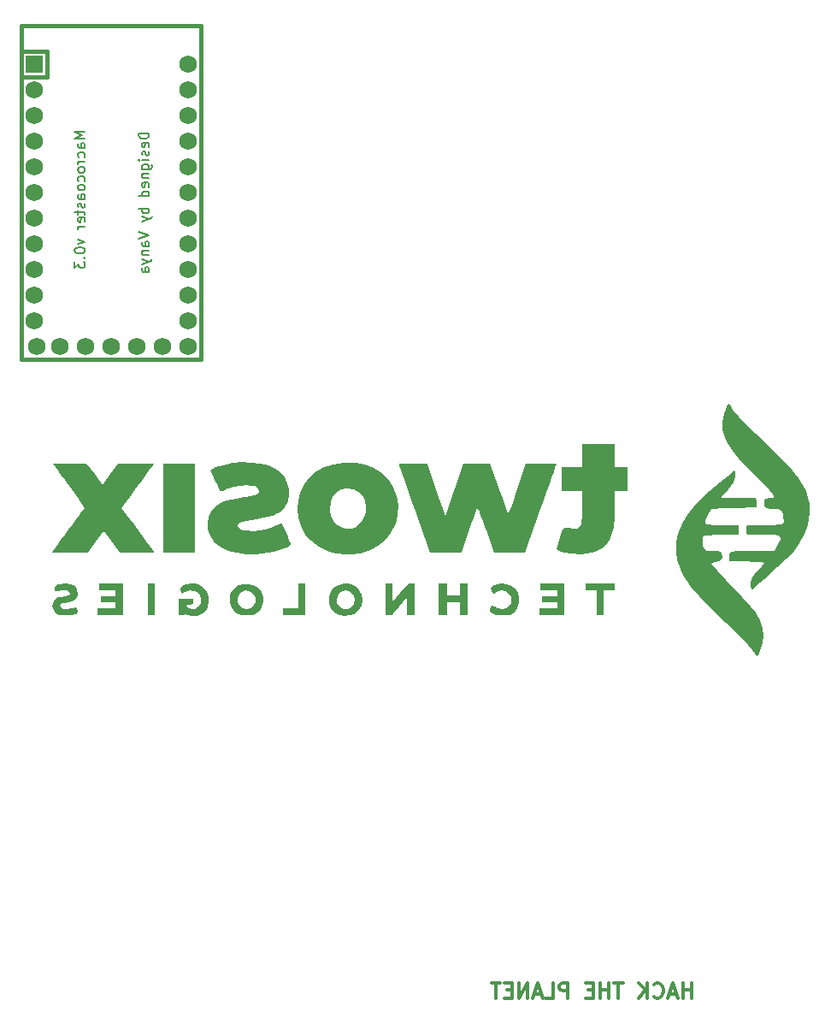
<source format=gbr>
%TF.GenerationSoftware,KiCad,Pcbnew,7.0.9-7.0.9~ubuntu22.04.1*%
%TF.CreationDate,2023-12-14T18:44:14-05:00*%
%TF.ProjectId,macrocoaster_v2,6d616372-6f63-46f6-9173-7465725f7632,rev?*%
%TF.SameCoordinates,Original*%
%TF.FileFunction,Legend,Bot*%
%TF.FilePolarity,Positive*%
%FSLAX46Y46*%
G04 Gerber Fmt 4.6, Leading zero omitted, Abs format (unit mm)*
G04 Created by KiCad (PCBNEW 7.0.9-7.0.9~ubuntu22.04.1) date 2023-12-14 18:44:14*
%MOMM*%
%LPD*%
G01*
G04 APERTURE LIST*
%ADD10C,0.150000*%
%ADD11C,0.300000*%
%ADD12C,0.381000*%
%ADD13R,1.752600X1.752600*%
%ADD14C,1.752600*%
G04 APERTURE END LIST*
D10*
X72569819Y-52711779D02*
X71569819Y-52711779D01*
X71569819Y-52711779D02*
X71569819Y-52949874D01*
X71569819Y-52949874D02*
X71617438Y-53092731D01*
X71617438Y-53092731D02*
X71712676Y-53187969D01*
X71712676Y-53187969D02*
X71807914Y-53235588D01*
X71807914Y-53235588D02*
X71998390Y-53283207D01*
X71998390Y-53283207D02*
X72141247Y-53283207D01*
X72141247Y-53283207D02*
X72331723Y-53235588D01*
X72331723Y-53235588D02*
X72426961Y-53187969D01*
X72426961Y-53187969D02*
X72522200Y-53092731D01*
X72522200Y-53092731D02*
X72569819Y-52949874D01*
X72569819Y-52949874D02*
X72569819Y-52711779D01*
X72522200Y-54092731D02*
X72569819Y-53997493D01*
X72569819Y-53997493D02*
X72569819Y-53807017D01*
X72569819Y-53807017D02*
X72522200Y-53711779D01*
X72522200Y-53711779D02*
X72426961Y-53664160D01*
X72426961Y-53664160D02*
X72046009Y-53664160D01*
X72046009Y-53664160D02*
X71950771Y-53711779D01*
X71950771Y-53711779D02*
X71903152Y-53807017D01*
X71903152Y-53807017D02*
X71903152Y-53997493D01*
X71903152Y-53997493D02*
X71950771Y-54092731D01*
X71950771Y-54092731D02*
X72046009Y-54140350D01*
X72046009Y-54140350D02*
X72141247Y-54140350D01*
X72141247Y-54140350D02*
X72236485Y-53664160D01*
X72522200Y-54521303D02*
X72569819Y-54616541D01*
X72569819Y-54616541D02*
X72569819Y-54807017D01*
X72569819Y-54807017D02*
X72522200Y-54902255D01*
X72522200Y-54902255D02*
X72426961Y-54949874D01*
X72426961Y-54949874D02*
X72379342Y-54949874D01*
X72379342Y-54949874D02*
X72284104Y-54902255D01*
X72284104Y-54902255D02*
X72236485Y-54807017D01*
X72236485Y-54807017D02*
X72236485Y-54664160D01*
X72236485Y-54664160D02*
X72188866Y-54568922D01*
X72188866Y-54568922D02*
X72093628Y-54521303D01*
X72093628Y-54521303D02*
X72046009Y-54521303D01*
X72046009Y-54521303D02*
X71950771Y-54568922D01*
X71950771Y-54568922D02*
X71903152Y-54664160D01*
X71903152Y-54664160D02*
X71903152Y-54807017D01*
X71903152Y-54807017D02*
X71950771Y-54902255D01*
X72569819Y-55378446D02*
X71903152Y-55378446D01*
X71569819Y-55378446D02*
X71617438Y-55330827D01*
X71617438Y-55330827D02*
X71665057Y-55378446D01*
X71665057Y-55378446D02*
X71617438Y-55426065D01*
X71617438Y-55426065D02*
X71569819Y-55378446D01*
X71569819Y-55378446D02*
X71665057Y-55378446D01*
X71903152Y-56283207D02*
X72712676Y-56283207D01*
X72712676Y-56283207D02*
X72807914Y-56235588D01*
X72807914Y-56235588D02*
X72855533Y-56187969D01*
X72855533Y-56187969D02*
X72903152Y-56092731D01*
X72903152Y-56092731D02*
X72903152Y-55949874D01*
X72903152Y-55949874D02*
X72855533Y-55854636D01*
X72522200Y-56283207D02*
X72569819Y-56187969D01*
X72569819Y-56187969D02*
X72569819Y-55997493D01*
X72569819Y-55997493D02*
X72522200Y-55902255D01*
X72522200Y-55902255D02*
X72474580Y-55854636D01*
X72474580Y-55854636D02*
X72379342Y-55807017D01*
X72379342Y-55807017D02*
X72093628Y-55807017D01*
X72093628Y-55807017D02*
X71998390Y-55854636D01*
X71998390Y-55854636D02*
X71950771Y-55902255D01*
X71950771Y-55902255D02*
X71903152Y-55997493D01*
X71903152Y-55997493D02*
X71903152Y-56187969D01*
X71903152Y-56187969D02*
X71950771Y-56283207D01*
X71903152Y-56759398D02*
X72569819Y-56759398D01*
X71998390Y-56759398D02*
X71950771Y-56807017D01*
X71950771Y-56807017D02*
X71903152Y-56902255D01*
X71903152Y-56902255D02*
X71903152Y-57045112D01*
X71903152Y-57045112D02*
X71950771Y-57140350D01*
X71950771Y-57140350D02*
X72046009Y-57187969D01*
X72046009Y-57187969D02*
X72569819Y-57187969D01*
X72522200Y-58045112D02*
X72569819Y-57949874D01*
X72569819Y-57949874D02*
X72569819Y-57759398D01*
X72569819Y-57759398D02*
X72522200Y-57664160D01*
X72522200Y-57664160D02*
X72426961Y-57616541D01*
X72426961Y-57616541D02*
X72046009Y-57616541D01*
X72046009Y-57616541D02*
X71950771Y-57664160D01*
X71950771Y-57664160D02*
X71903152Y-57759398D01*
X71903152Y-57759398D02*
X71903152Y-57949874D01*
X71903152Y-57949874D02*
X71950771Y-58045112D01*
X71950771Y-58045112D02*
X72046009Y-58092731D01*
X72046009Y-58092731D02*
X72141247Y-58092731D01*
X72141247Y-58092731D02*
X72236485Y-57616541D01*
X72569819Y-58949874D02*
X71569819Y-58949874D01*
X72522200Y-58949874D02*
X72569819Y-58854636D01*
X72569819Y-58854636D02*
X72569819Y-58664160D01*
X72569819Y-58664160D02*
X72522200Y-58568922D01*
X72522200Y-58568922D02*
X72474580Y-58521303D01*
X72474580Y-58521303D02*
X72379342Y-58473684D01*
X72379342Y-58473684D02*
X72093628Y-58473684D01*
X72093628Y-58473684D02*
X71998390Y-58521303D01*
X71998390Y-58521303D02*
X71950771Y-58568922D01*
X71950771Y-58568922D02*
X71903152Y-58664160D01*
X71903152Y-58664160D02*
X71903152Y-58854636D01*
X71903152Y-58854636D02*
X71950771Y-58949874D01*
X72569819Y-60187970D02*
X71569819Y-60187970D01*
X71950771Y-60187970D02*
X71903152Y-60283208D01*
X71903152Y-60283208D02*
X71903152Y-60473684D01*
X71903152Y-60473684D02*
X71950771Y-60568922D01*
X71950771Y-60568922D02*
X71998390Y-60616541D01*
X71998390Y-60616541D02*
X72093628Y-60664160D01*
X72093628Y-60664160D02*
X72379342Y-60664160D01*
X72379342Y-60664160D02*
X72474580Y-60616541D01*
X72474580Y-60616541D02*
X72522200Y-60568922D01*
X72522200Y-60568922D02*
X72569819Y-60473684D01*
X72569819Y-60473684D02*
X72569819Y-60283208D01*
X72569819Y-60283208D02*
X72522200Y-60187970D01*
X71903152Y-60997494D02*
X72569819Y-61235589D01*
X71903152Y-61473684D02*
X72569819Y-61235589D01*
X72569819Y-61235589D02*
X72807914Y-61140351D01*
X72807914Y-61140351D02*
X72855533Y-61092732D01*
X72855533Y-61092732D02*
X72903152Y-60997494D01*
X71569819Y-62473685D02*
X72569819Y-62807018D01*
X72569819Y-62807018D02*
X71569819Y-63140351D01*
X72569819Y-63902256D02*
X72046009Y-63902256D01*
X72046009Y-63902256D02*
X71950771Y-63854637D01*
X71950771Y-63854637D02*
X71903152Y-63759399D01*
X71903152Y-63759399D02*
X71903152Y-63568923D01*
X71903152Y-63568923D02*
X71950771Y-63473685D01*
X72522200Y-63902256D02*
X72569819Y-63807018D01*
X72569819Y-63807018D02*
X72569819Y-63568923D01*
X72569819Y-63568923D02*
X72522200Y-63473685D01*
X72522200Y-63473685D02*
X72426961Y-63426066D01*
X72426961Y-63426066D02*
X72331723Y-63426066D01*
X72331723Y-63426066D02*
X72236485Y-63473685D01*
X72236485Y-63473685D02*
X72188866Y-63568923D01*
X72188866Y-63568923D02*
X72188866Y-63807018D01*
X72188866Y-63807018D02*
X72141247Y-63902256D01*
X71903152Y-64378447D02*
X72569819Y-64378447D01*
X71998390Y-64378447D02*
X71950771Y-64426066D01*
X71950771Y-64426066D02*
X71903152Y-64521304D01*
X71903152Y-64521304D02*
X71903152Y-64664161D01*
X71903152Y-64664161D02*
X71950771Y-64759399D01*
X71950771Y-64759399D02*
X72046009Y-64807018D01*
X72046009Y-64807018D02*
X72569819Y-64807018D01*
X71903152Y-65187971D02*
X72569819Y-65426066D01*
X71903152Y-65664161D02*
X72569819Y-65426066D01*
X72569819Y-65426066D02*
X72807914Y-65330828D01*
X72807914Y-65330828D02*
X72855533Y-65283209D01*
X72855533Y-65283209D02*
X72903152Y-65187971D01*
X72569819Y-66473685D02*
X72046009Y-66473685D01*
X72046009Y-66473685D02*
X71950771Y-66426066D01*
X71950771Y-66426066D02*
X71903152Y-66330828D01*
X71903152Y-66330828D02*
X71903152Y-66140352D01*
X71903152Y-66140352D02*
X71950771Y-66045114D01*
X72522200Y-66473685D02*
X72569819Y-66378447D01*
X72569819Y-66378447D02*
X72569819Y-66140352D01*
X72569819Y-66140352D02*
X72522200Y-66045114D01*
X72522200Y-66045114D02*
X72426961Y-65997495D01*
X72426961Y-65997495D02*
X72331723Y-65997495D01*
X72331723Y-65997495D02*
X72236485Y-66045114D01*
X72236485Y-66045114D02*
X72188866Y-66140352D01*
X72188866Y-66140352D02*
X72188866Y-66378447D01*
X72188866Y-66378447D02*
X72141247Y-66473685D01*
X66219819Y-52611779D02*
X65219819Y-52611779D01*
X65219819Y-52611779D02*
X65934104Y-52945112D01*
X65934104Y-52945112D02*
X65219819Y-53278445D01*
X65219819Y-53278445D02*
X66219819Y-53278445D01*
X66219819Y-54183207D02*
X65696009Y-54183207D01*
X65696009Y-54183207D02*
X65600771Y-54135588D01*
X65600771Y-54135588D02*
X65553152Y-54040350D01*
X65553152Y-54040350D02*
X65553152Y-53849874D01*
X65553152Y-53849874D02*
X65600771Y-53754636D01*
X66172200Y-54183207D02*
X66219819Y-54087969D01*
X66219819Y-54087969D02*
X66219819Y-53849874D01*
X66219819Y-53849874D02*
X66172200Y-53754636D01*
X66172200Y-53754636D02*
X66076961Y-53707017D01*
X66076961Y-53707017D02*
X65981723Y-53707017D01*
X65981723Y-53707017D02*
X65886485Y-53754636D01*
X65886485Y-53754636D02*
X65838866Y-53849874D01*
X65838866Y-53849874D02*
X65838866Y-54087969D01*
X65838866Y-54087969D02*
X65791247Y-54183207D01*
X66172200Y-55087969D02*
X66219819Y-54992731D01*
X66219819Y-54992731D02*
X66219819Y-54802255D01*
X66219819Y-54802255D02*
X66172200Y-54707017D01*
X66172200Y-54707017D02*
X66124580Y-54659398D01*
X66124580Y-54659398D02*
X66029342Y-54611779D01*
X66029342Y-54611779D02*
X65743628Y-54611779D01*
X65743628Y-54611779D02*
X65648390Y-54659398D01*
X65648390Y-54659398D02*
X65600771Y-54707017D01*
X65600771Y-54707017D02*
X65553152Y-54802255D01*
X65553152Y-54802255D02*
X65553152Y-54992731D01*
X65553152Y-54992731D02*
X65600771Y-55087969D01*
X66219819Y-55516541D02*
X65553152Y-55516541D01*
X65743628Y-55516541D02*
X65648390Y-55564160D01*
X65648390Y-55564160D02*
X65600771Y-55611779D01*
X65600771Y-55611779D02*
X65553152Y-55707017D01*
X65553152Y-55707017D02*
X65553152Y-55802255D01*
X66219819Y-56278446D02*
X66172200Y-56183208D01*
X66172200Y-56183208D02*
X66124580Y-56135589D01*
X66124580Y-56135589D02*
X66029342Y-56087970D01*
X66029342Y-56087970D02*
X65743628Y-56087970D01*
X65743628Y-56087970D02*
X65648390Y-56135589D01*
X65648390Y-56135589D02*
X65600771Y-56183208D01*
X65600771Y-56183208D02*
X65553152Y-56278446D01*
X65553152Y-56278446D02*
X65553152Y-56421303D01*
X65553152Y-56421303D02*
X65600771Y-56516541D01*
X65600771Y-56516541D02*
X65648390Y-56564160D01*
X65648390Y-56564160D02*
X65743628Y-56611779D01*
X65743628Y-56611779D02*
X66029342Y-56611779D01*
X66029342Y-56611779D02*
X66124580Y-56564160D01*
X66124580Y-56564160D02*
X66172200Y-56516541D01*
X66172200Y-56516541D02*
X66219819Y-56421303D01*
X66219819Y-56421303D02*
X66219819Y-56278446D01*
X66172200Y-57468922D02*
X66219819Y-57373684D01*
X66219819Y-57373684D02*
X66219819Y-57183208D01*
X66219819Y-57183208D02*
X66172200Y-57087970D01*
X66172200Y-57087970D02*
X66124580Y-57040351D01*
X66124580Y-57040351D02*
X66029342Y-56992732D01*
X66029342Y-56992732D02*
X65743628Y-56992732D01*
X65743628Y-56992732D02*
X65648390Y-57040351D01*
X65648390Y-57040351D02*
X65600771Y-57087970D01*
X65600771Y-57087970D02*
X65553152Y-57183208D01*
X65553152Y-57183208D02*
X65553152Y-57373684D01*
X65553152Y-57373684D02*
X65600771Y-57468922D01*
X66219819Y-58040351D02*
X66172200Y-57945113D01*
X66172200Y-57945113D02*
X66124580Y-57897494D01*
X66124580Y-57897494D02*
X66029342Y-57849875D01*
X66029342Y-57849875D02*
X65743628Y-57849875D01*
X65743628Y-57849875D02*
X65648390Y-57897494D01*
X65648390Y-57897494D02*
X65600771Y-57945113D01*
X65600771Y-57945113D02*
X65553152Y-58040351D01*
X65553152Y-58040351D02*
X65553152Y-58183208D01*
X65553152Y-58183208D02*
X65600771Y-58278446D01*
X65600771Y-58278446D02*
X65648390Y-58326065D01*
X65648390Y-58326065D02*
X65743628Y-58373684D01*
X65743628Y-58373684D02*
X66029342Y-58373684D01*
X66029342Y-58373684D02*
X66124580Y-58326065D01*
X66124580Y-58326065D02*
X66172200Y-58278446D01*
X66172200Y-58278446D02*
X66219819Y-58183208D01*
X66219819Y-58183208D02*
X66219819Y-58040351D01*
X66219819Y-59230827D02*
X65696009Y-59230827D01*
X65696009Y-59230827D02*
X65600771Y-59183208D01*
X65600771Y-59183208D02*
X65553152Y-59087970D01*
X65553152Y-59087970D02*
X65553152Y-58897494D01*
X65553152Y-58897494D02*
X65600771Y-58802256D01*
X66172200Y-59230827D02*
X66219819Y-59135589D01*
X66219819Y-59135589D02*
X66219819Y-58897494D01*
X66219819Y-58897494D02*
X66172200Y-58802256D01*
X66172200Y-58802256D02*
X66076961Y-58754637D01*
X66076961Y-58754637D02*
X65981723Y-58754637D01*
X65981723Y-58754637D02*
X65886485Y-58802256D01*
X65886485Y-58802256D02*
X65838866Y-58897494D01*
X65838866Y-58897494D02*
X65838866Y-59135589D01*
X65838866Y-59135589D02*
X65791247Y-59230827D01*
X66172200Y-59659399D02*
X66219819Y-59754637D01*
X66219819Y-59754637D02*
X66219819Y-59945113D01*
X66219819Y-59945113D02*
X66172200Y-60040351D01*
X66172200Y-60040351D02*
X66076961Y-60087970D01*
X66076961Y-60087970D02*
X66029342Y-60087970D01*
X66029342Y-60087970D02*
X65934104Y-60040351D01*
X65934104Y-60040351D02*
X65886485Y-59945113D01*
X65886485Y-59945113D02*
X65886485Y-59802256D01*
X65886485Y-59802256D02*
X65838866Y-59707018D01*
X65838866Y-59707018D02*
X65743628Y-59659399D01*
X65743628Y-59659399D02*
X65696009Y-59659399D01*
X65696009Y-59659399D02*
X65600771Y-59707018D01*
X65600771Y-59707018D02*
X65553152Y-59802256D01*
X65553152Y-59802256D02*
X65553152Y-59945113D01*
X65553152Y-59945113D02*
X65600771Y-60040351D01*
X65553152Y-60373685D02*
X65553152Y-60754637D01*
X65219819Y-60516542D02*
X66076961Y-60516542D01*
X66076961Y-60516542D02*
X66172200Y-60564161D01*
X66172200Y-60564161D02*
X66219819Y-60659399D01*
X66219819Y-60659399D02*
X66219819Y-60754637D01*
X66172200Y-61468923D02*
X66219819Y-61373685D01*
X66219819Y-61373685D02*
X66219819Y-61183209D01*
X66219819Y-61183209D02*
X66172200Y-61087971D01*
X66172200Y-61087971D02*
X66076961Y-61040352D01*
X66076961Y-61040352D02*
X65696009Y-61040352D01*
X65696009Y-61040352D02*
X65600771Y-61087971D01*
X65600771Y-61087971D02*
X65553152Y-61183209D01*
X65553152Y-61183209D02*
X65553152Y-61373685D01*
X65553152Y-61373685D02*
X65600771Y-61468923D01*
X65600771Y-61468923D02*
X65696009Y-61516542D01*
X65696009Y-61516542D02*
X65791247Y-61516542D01*
X65791247Y-61516542D02*
X65886485Y-61040352D01*
X66219819Y-61945114D02*
X65553152Y-61945114D01*
X65743628Y-61945114D02*
X65648390Y-61992733D01*
X65648390Y-61992733D02*
X65600771Y-62040352D01*
X65600771Y-62040352D02*
X65553152Y-62135590D01*
X65553152Y-62135590D02*
X65553152Y-62230828D01*
X65553152Y-63230829D02*
X66219819Y-63468924D01*
X66219819Y-63468924D02*
X65553152Y-63707019D01*
X65219819Y-64278448D02*
X65219819Y-64373686D01*
X65219819Y-64373686D02*
X65267438Y-64468924D01*
X65267438Y-64468924D02*
X65315057Y-64516543D01*
X65315057Y-64516543D02*
X65410295Y-64564162D01*
X65410295Y-64564162D02*
X65600771Y-64611781D01*
X65600771Y-64611781D02*
X65838866Y-64611781D01*
X65838866Y-64611781D02*
X66029342Y-64564162D01*
X66029342Y-64564162D02*
X66124580Y-64516543D01*
X66124580Y-64516543D02*
X66172200Y-64468924D01*
X66172200Y-64468924D02*
X66219819Y-64373686D01*
X66219819Y-64373686D02*
X66219819Y-64278448D01*
X66219819Y-64278448D02*
X66172200Y-64183210D01*
X66172200Y-64183210D02*
X66124580Y-64135591D01*
X66124580Y-64135591D02*
X66029342Y-64087972D01*
X66029342Y-64087972D02*
X65838866Y-64040353D01*
X65838866Y-64040353D02*
X65600771Y-64040353D01*
X65600771Y-64040353D02*
X65410295Y-64087972D01*
X65410295Y-64087972D02*
X65315057Y-64135591D01*
X65315057Y-64135591D02*
X65267438Y-64183210D01*
X65267438Y-64183210D02*
X65219819Y-64278448D01*
X66124580Y-65040353D02*
X66172200Y-65087972D01*
X66172200Y-65087972D02*
X66219819Y-65040353D01*
X66219819Y-65040353D02*
X66172200Y-64992734D01*
X66172200Y-64992734D02*
X66124580Y-65040353D01*
X66124580Y-65040353D02*
X66219819Y-65040353D01*
X65219819Y-65421305D02*
X65219819Y-66040352D01*
X65219819Y-66040352D02*
X65600771Y-65707019D01*
X65600771Y-65707019D02*
X65600771Y-65849876D01*
X65600771Y-65849876D02*
X65648390Y-65945114D01*
X65648390Y-65945114D02*
X65696009Y-65992733D01*
X65696009Y-65992733D02*
X65791247Y-66040352D01*
X65791247Y-66040352D02*
X66029342Y-66040352D01*
X66029342Y-66040352D02*
X66124580Y-65992733D01*
X66124580Y-65992733D02*
X66172200Y-65945114D01*
X66172200Y-65945114D02*
X66219819Y-65849876D01*
X66219819Y-65849876D02*
X66219819Y-65564162D01*
X66219819Y-65564162D02*
X66172200Y-65468924D01*
X66172200Y-65468924D02*
X66124580Y-65421305D01*
D11*
X126295489Y-138325828D02*
X126295489Y-136825828D01*
X126295489Y-137540114D02*
X125438346Y-137540114D01*
X125438346Y-138325828D02*
X125438346Y-136825828D01*
X124795488Y-137897257D02*
X124081203Y-137897257D01*
X124938345Y-138325828D02*
X124438345Y-136825828D01*
X124438345Y-136825828D02*
X123938345Y-138325828D01*
X122581203Y-138182971D02*
X122652631Y-138254400D01*
X122652631Y-138254400D02*
X122866917Y-138325828D01*
X122866917Y-138325828D02*
X123009774Y-138325828D01*
X123009774Y-138325828D02*
X123224060Y-138254400D01*
X123224060Y-138254400D02*
X123366917Y-138111542D01*
X123366917Y-138111542D02*
X123438346Y-137968685D01*
X123438346Y-137968685D02*
X123509774Y-137682971D01*
X123509774Y-137682971D02*
X123509774Y-137468685D01*
X123509774Y-137468685D02*
X123438346Y-137182971D01*
X123438346Y-137182971D02*
X123366917Y-137040114D01*
X123366917Y-137040114D02*
X123224060Y-136897257D01*
X123224060Y-136897257D02*
X123009774Y-136825828D01*
X123009774Y-136825828D02*
X122866917Y-136825828D01*
X122866917Y-136825828D02*
X122652631Y-136897257D01*
X122652631Y-136897257D02*
X122581203Y-136968685D01*
X121938346Y-138325828D02*
X121938346Y-136825828D01*
X121081203Y-138325828D02*
X121724060Y-137468685D01*
X121081203Y-136825828D02*
X121938346Y-137682971D01*
X119509774Y-136825828D02*
X118652632Y-136825828D01*
X119081203Y-138325828D02*
X119081203Y-136825828D01*
X118152632Y-138325828D02*
X118152632Y-136825828D01*
X118152632Y-137540114D02*
X117295489Y-137540114D01*
X117295489Y-138325828D02*
X117295489Y-136825828D01*
X116581203Y-137540114D02*
X116081203Y-137540114D01*
X115866917Y-138325828D02*
X116581203Y-138325828D01*
X116581203Y-138325828D02*
X116581203Y-136825828D01*
X116581203Y-136825828D02*
X115866917Y-136825828D01*
X114081203Y-138325828D02*
X114081203Y-136825828D01*
X114081203Y-136825828D02*
X113509774Y-136825828D01*
X113509774Y-136825828D02*
X113366917Y-136897257D01*
X113366917Y-136897257D02*
X113295488Y-136968685D01*
X113295488Y-136968685D02*
X113224060Y-137111542D01*
X113224060Y-137111542D02*
X113224060Y-137325828D01*
X113224060Y-137325828D02*
X113295488Y-137468685D01*
X113295488Y-137468685D02*
X113366917Y-137540114D01*
X113366917Y-137540114D02*
X113509774Y-137611542D01*
X113509774Y-137611542D02*
X114081203Y-137611542D01*
X111866917Y-138325828D02*
X112581203Y-138325828D01*
X112581203Y-138325828D02*
X112581203Y-136825828D01*
X111438345Y-137897257D02*
X110724060Y-137897257D01*
X111581202Y-138325828D02*
X111081202Y-136825828D01*
X111081202Y-136825828D02*
X110581202Y-138325828D01*
X110081203Y-138325828D02*
X110081203Y-136825828D01*
X110081203Y-136825828D02*
X109224060Y-138325828D01*
X109224060Y-138325828D02*
X109224060Y-136825828D01*
X108509774Y-137540114D02*
X108009774Y-137540114D01*
X107795488Y-138325828D02*
X108509774Y-138325828D01*
X108509774Y-138325828D02*
X108509774Y-136825828D01*
X108509774Y-136825828D02*
X107795488Y-136825828D01*
X107366916Y-136825828D02*
X106509774Y-136825828D01*
X106938345Y-138325828D02*
X106938345Y-136825828D01*
D12*
%TO.C,U1*%
X77760000Y-42110000D02*
X59980000Y-42110000D01*
X59980000Y-42110000D02*
X59980000Y-75130000D01*
X62520000Y-44650000D02*
X59980000Y-44650000D01*
X62520000Y-44650000D02*
X62520000Y-47190000D01*
X62520000Y-47190000D02*
X59980000Y-47190000D01*
X77760000Y-75130000D02*
X77760000Y-42110000D01*
X59980000Y-75130000D02*
X77760000Y-75130000D01*
%TO.C,G\u002A\u002A\u002A*%
G36*
X82739561Y-85320899D02*
G01*
X83630336Y-85430417D01*
X84428648Y-85633940D01*
X85093700Y-85930484D01*
X85562417Y-86268914D01*
X86013047Y-86772869D01*
X86318621Y-87344198D01*
X86475938Y-87953582D01*
X86481788Y-88571702D01*
X86332976Y-89169236D01*
X86026292Y-89716862D01*
X85558532Y-90185261D01*
X85492733Y-90234638D01*
X85268402Y-90385241D01*
X85031060Y-90505817D01*
X84744296Y-90607757D01*
X84371705Y-90702449D01*
X83876876Y-90801275D01*
X83223404Y-90915629D01*
X82700768Y-91006673D01*
X82182815Y-91107392D01*
X81814970Y-91196684D01*
X81571799Y-91282130D01*
X81427865Y-91371314D01*
X81357734Y-91471820D01*
X81361019Y-91622450D01*
X81498803Y-91835609D01*
X81563750Y-91888601D01*
X81880166Y-92015972D01*
X82329635Y-92079446D01*
X82872662Y-92082116D01*
X83469752Y-92027072D01*
X84081404Y-91917410D01*
X84668132Y-91756217D01*
X85190432Y-91546589D01*
X85397000Y-91454771D01*
X85628756Y-91378730D01*
X85744706Y-91378133D01*
X85772024Y-91418903D01*
X85873229Y-91615772D01*
X86015447Y-91922243D01*
X86178059Y-92290268D01*
X86340434Y-92671802D01*
X86481953Y-93018797D01*
X86581988Y-93283211D01*
X86619917Y-93416993D01*
X86545052Y-93538412D01*
X86305097Y-93690314D01*
X85931180Y-93849821D01*
X85455434Y-94006469D01*
X84909989Y-94149806D01*
X84326981Y-94269371D01*
X83738537Y-94354712D01*
X83208002Y-94398044D01*
X82207577Y-94391339D01*
X81273887Y-94269518D01*
X80434070Y-94038953D01*
X79715276Y-93706007D01*
X79144646Y-93277052D01*
X78988718Y-93111956D01*
X78618887Y-92555450D01*
X78412280Y-91950641D01*
X78364652Y-91329026D01*
X78471770Y-90722090D01*
X78729395Y-90161327D01*
X79133291Y-89678231D01*
X79679219Y-89304290D01*
X79734731Y-89277200D01*
X79988831Y-89171879D01*
X80301506Y-89074238D01*
X80706899Y-88975757D01*
X81239141Y-88867922D01*
X81932372Y-88742219D01*
X82057427Y-88720196D01*
X82610129Y-88616897D01*
X82999343Y-88527218D01*
X83251547Y-88439450D01*
X83393210Y-88341881D01*
X83450810Y-88222799D01*
X83450816Y-88070492D01*
X83420318Y-87939680D01*
X83294471Y-87792116D01*
X83026505Y-87674216D01*
X82750946Y-87609140D01*
X82207649Y-87571355D01*
X81592694Y-87609605D01*
X80971196Y-87718460D01*
X80408252Y-87892499D01*
X80392160Y-87898925D01*
X80060690Y-88026137D01*
X79801328Y-88116548D01*
X79669004Y-88150952D01*
X79604999Y-88077104D01*
X79477274Y-87851828D01*
X79303835Y-87506819D01*
X79100249Y-87074264D01*
X78882083Y-86586350D01*
X78664913Y-86075258D01*
X78718646Y-86015813D01*
X78913820Y-85910627D01*
X79206386Y-85788500D01*
X79920470Y-85566215D01*
X80843825Y-85387814D01*
X81797123Y-85306370D01*
X82739561Y-85320899D01*
G37*
G36*
X77189351Y-97319846D02*
G01*
X77469944Y-97378397D01*
X77751182Y-97510844D01*
X77979983Y-97669340D01*
X78311327Y-98065292D01*
X78497642Y-98554076D01*
X78527888Y-99098585D01*
X78391025Y-99661712D01*
X78222269Y-99966542D01*
X77864045Y-100284437D01*
X77365652Y-100464869D01*
X77328503Y-100472189D01*
X77084927Y-100519058D01*
X76944080Y-100544282D01*
X76921361Y-100543472D01*
X76751939Y-100497512D01*
X76502597Y-100403312D01*
X76467653Y-100389026D01*
X76213160Y-100315715D01*
X76103756Y-100354085D01*
X75998597Y-100425755D01*
X75782255Y-100457153D01*
X75495110Y-100457153D01*
X75495110Y-98783510D01*
X76971854Y-98783510D01*
X76971854Y-99078857D01*
X76953740Y-99274232D01*
X76858787Y-99357743D01*
X76627280Y-99374207D01*
X76452149Y-99390314D01*
X76296560Y-99476006D01*
X76321001Y-99607364D01*
X76533464Y-99752204D01*
X76863323Y-99854057D01*
X77169323Y-99805652D01*
X77471675Y-99578678D01*
X77539625Y-99507227D01*
X77712095Y-99234545D01*
X77759453Y-98902958D01*
X77754734Y-98802563D01*
X77635607Y-98427701D01*
X77382329Y-98158409D01*
X77030162Y-98011376D01*
X76614371Y-98003294D01*
X76170221Y-98150846D01*
X76136354Y-98168090D01*
X75940955Y-98255348D01*
X75850469Y-98273909D01*
X75802961Y-98173802D01*
X75714365Y-97971983D01*
X75656972Y-97811174D01*
X75683870Y-97670834D01*
X75856685Y-97532696D01*
X75989384Y-97468313D01*
X76325861Y-97376579D01*
X76732046Y-97324172D01*
X76821086Y-97319021D01*
X77189351Y-97319846D01*
G37*
G36*
X96682826Y-98237801D02*
G01*
X96711002Y-99168836D01*
X97449374Y-98242817D01*
X97646456Y-97997003D01*
X97908233Y-97682690D01*
X98099099Y-97483133D01*
X98250119Y-97372211D01*
X98392373Y-97323800D01*
X98556932Y-97311782D01*
X98926118Y-97306766D01*
X98926118Y-100457153D01*
X98145911Y-100457153D01*
X98117603Y-99564146D01*
X98089298Y-98671142D01*
X97366907Y-99564146D01*
X97267931Y-99686135D01*
X96978191Y-100033595D01*
X96768449Y-100258217D01*
X96607640Y-100386212D01*
X96464705Y-100443785D01*
X96308576Y-100457153D01*
X95972630Y-100457153D01*
X95972630Y-97306766D01*
X96654647Y-97306766D01*
X96682826Y-98237801D01*
G37*
G36*
X64870148Y-97382882D02*
G01*
X65249297Y-97573199D01*
X65476226Y-97887665D01*
X65551700Y-98326868D01*
X65548355Y-98400380D01*
X65426072Y-98733554D01*
X65136419Y-98977142D01*
X64691123Y-99120332D01*
X64582649Y-99139052D01*
X64192550Y-99209789D01*
X63954083Y-99266633D01*
X63832256Y-99324638D01*
X63792080Y-99398861D01*
X63798560Y-99504353D01*
X63855653Y-99650711D01*
X64070876Y-99800687D01*
X64416734Y-99844676D01*
X64867724Y-99776195D01*
X65059349Y-99730304D01*
X65292635Y-99686033D01*
X65395994Y-99683579D01*
X65434253Y-99782627D01*
X65491070Y-99991784D01*
X65509232Y-100080584D01*
X65489006Y-100252034D01*
X65332634Y-100354730D01*
X65292890Y-100368956D01*
X64981946Y-100426976D01*
X64574168Y-100449269D01*
X64142426Y-100437347D01*
X63759593Y-100392710D01*
X63498536Y-100316861D01*
X63374216Y-100239080D01*
X63124337Y-99953621D01*
X63009707Y-99603065D01*
X63041192Y-99243425D01*
X63229655Y-98930714D01*
X63271538Y-98889749D01*
X63424952Y-98766155D01*
X63608516Y-98680307D01*
X63877349Y-98611859D01*
X64286576Y-98540453D01*
X64548638Y-98477717D01*
X64755560Y-98356814D01*
X64784762Y-98207159D01*
X64626656Y-98042786D01*
X64587992Y-98018288D01*
X64407737Y-97940237D01*
X64193078Y-97932290D01*
X63867329Y-97989017D01*
X63667937Y-98028083D01*
X63427757Y-98062271D01*
X63317777Y-98059148D01*
X63285551Y-97957943D01*
X63258308Y-97744079D01*
X63257054Y-97671941D01*
X63312218Y-97506035D01*
X63477449Y-97399679D01*
X63781253Y-97340612D01*
X64252130Y-97316579D01*
X64338014Y-97316117D01*
X64870148Y-97382882D01*
G37*
G36*
X69981932Y-100457153D02*
G01*
X67520693Y-100457153D01*
X67520693Y-99768005D01*
X69292784Y-99768005D01*
X69292784Y-99177308D01*
X67816040Y-99177308D01*
X67816040Y-98586611D01*
X69292784Y-98586611D01*
X69292784Y-97995914D01*
X67619141Y-97995914D01*
X67619141Y-97306766D01*
X69981932Y-97306766D01*
X69981932Y-100457153D01*
G37*
G36*
X97244138Y-89646995D02*
G01*
X97226999Y-90398819D01*
X97115144Y-91069964D01*
X96968339Y-91518641D01*
X96559364Y-92305364D01*
X95993393Y-92990498D01*
X95284925Y-93561071D01*
X94448462Y-94004099D01*
X93498506Y-94306610D01*
X93360674Y-94334483D01*
X92716271Y-94401890D01*
X91994564Y-94399289D01*
X91279832Y-94329926D01*
X90656351Y-94197050D01*
X90269339Y-94067126D01*
X89399843Y-93646559D01*
X88668992Y-93096020D01*
X88085756Y-92427230D01*
X87659111Y-91651904D01*
X87398024Y-90781763D01*
X87317523Y-89895176D01*
X90523577Y-89895176D01*
X90526322Y-89983016D01*
X90624773Y-90600209D01*
X90870200Y-91106339D01*
X91277621Y-91534037D01*
X91431437Y-91647761D01*
X91751984Y-91797392D01*
X92156738Y-91858364D01*
X92340713Y-91863104D01*
X92678870Y-91841378D01*
X92920691Y-91787288D01*
X92985725Y-91757816D01*
X93398606Y-91462490D01*
X93741401Y-91035887D01*
X93966917Y-90534530D01*
X94033595Y-90249122D01*
X94065707Y-89628443D01*
X93946937Y-89061851D01*
X93693608Y-88575389D01*
X93322031Y-88195100D01*
X92848529Y-87947030D01*
X92289419Y-87857222D01*
X92139731Y-87862262D01*
X91590356Y-87989924D01*
X91137932Y-88275650D01*
X90798581Y-88700840D01*
X90588422Y-89246882D01*
X90523577Y-89895176D01*
X87317523Y-89895176D01*
X87311471Y-89828522D01*
X87355319Y-89172818D01*
X87564620Y-88281047D01*
X87936398Y-87484994D01*
X88459544Y-86795693D01*
X89122955Y-86224178D01*
X89915516Y-85781486D01*
X90826121Y-85478645D01*
X91843667Y-85326695D01*
X91994585Y-85318169D01*
X93010568Y-85352606D01*
X93980423Y-85541696D01*
X94869242Y-85876073D01*
X95642117Y-86346365D01*
X96043661Y-86721911D01*
X96460214Y-87250397D01*
X96813095Y-87838721D01*
X97054523Y-88416848D01*
X97168643Y-88905278D01*
X97242251Y-89628443D01*
X97244138Y-89646995D01*
G37*
G36*
X67191398Y-86478644D02*
G01*
X67981949Y-87562925D01*
X68741564Y-86478644D01*
X69501182Y-85394363D01*
X71267525Y-85394363D01*
X71790968Y-85397693D01*
X72287519Y-85408028D01*
X72680273Y-85424090D01*
X72938195Y-85444580D01*
X73030259Y-85468199D01*
X72973286Y-85563206D01*
X72813704Y-85794740D01*
X72566849Y-86141393D01*
X72248057Y-86581826D01*
X71872658Y-87094709D01*
X71455988Y-87658703D01*
X71039858Y-88221626D01*
X70664855Y-88733027D01*
X70346522Y-89171366D01*
X70100147Y-89515472D01*
X69941015Y-89744165D01*
X69884405Y-89836265D01*
X69884561Y-89837372D01*
X69947555Y-89936426D01*
X70114067Y-90169907D01*
X70368731Y-90517028D01*
X70696169Y-90956996D01*
X71081018Y-91469021D01*
X71507900Y-92032313D01*
X71532920Y-92065205D01*
X71957651Y-92625182D01*
X72339587Y-93131690D01*
X72663377Y-93564137D01*
X72913664Y-93901922D01*
X73075097Y-94124459D01*
X73132319Y-94211147D01*
X73064609Y-94223279D01*
X72829079Y-94235876D01*
X72455042Y-94245869D01*
X71974088Y-94252454D01*
X71417792Y-94254827D01*
X69703265Y-94254827D01*
X68907743Y-93171881D01*
X68821202Y-93054335D01*
X68539277Y-92675312D01*
X68306915Y-92368808D01*
X68146214Y-92163719D01*
X68079281Y-92088935D01*
X68073800Y-92092874D01*
X67988348Y-92201714D01*
X67819331Y-92437334D01*
X67588067Y-92769593D01*
X67315880Y-93168344D01*
X66585422Y-94247753D01*
X64788716Y-94251290D01*
X64238054Y-94249445D01*
X63739187Y-94241864D01*
X63344657Y-94229480D01*
X63085313Y-94213271D01*
X62992010Y-94194218D01*
X63001595Y-94176398D01*
X63099947Y-94031870D01*
X63290204Y-93763787D01*
X63554378Y-93396746D01*
X63874481Y-92955332D01*
X64232528Y-92464142D01*
X64610531Y-91947761D01*
X64990508Y-91430786D01*
X65354468Y-90937802D01*
X65684429Y-90493403D01*
X65962403Y-90122177D01*
X66170402Y-89848718D01*
X66167315Y-89771030D01*
X66078059Y-89586851D01*
X65891300Y-89290649D01*
X65600249Y-88872326D01*
X65198114Y-88321790D01*
X64678112Y-87628937D01*
X64260368Y-87074927D01*
X63880550Y-86566460D01*
X63558143Y-86129942D01*
X63308657Y-85786514D01*
X63147593Y-85557329D01*
X63090458Y-85463534D01*
X63145568Y-85445858D01*
X63367457Y-85425344D01*
X63729530Y-85409027D01*
X64199645Y-85398251D01*
X64745654Y-85394363D01*
X66400850Y-85394363D01*
X67191398Y-86478644D01*
G37*
G36*
X88096661Y-100457153D02*
G01*
X85832321Y-100457153D01*
X85832321Y-99768005D01*
X87407513Y-99768005D01*
X87407513Y-97306766D01*
X88096661Y-97306766D01*
X88096661Y-100457153D01*
G37*
G36*
X118714490Y-85788161D02*
G01*
X119994335Y-85788161D01*
X119994335Y-88150952D01*
X118714490Y-88150952D01*
X118713746Y-89652308D01*
X118712912Y-89836913D01*
X118701425Y-90425495D01*
X118678577Y-90984479D01*
X118647086Y-91458107D01*
X118609661Y-91790618D01*
X118565807Y-92021363D01*
X118317710Y-92760659D01*
X117927548Y-93363668D01*
X117395723Y-93830012D01*
X116722634Y-94159316D01*
X115908677Y-94351199D01*
X115286207Y-94397504D01*
X114436445Y-94354052D01*
X113644334Y-94199936D01*
X113491454Y-94156613D01*
X113212520Y-94068404D01*
X113042675Y-93971579D01*
X112972238Y-93830393D01*
X112991519Y-93609113D01*
X113090840Y-93271991D01*
X113260514Y-92783294D01*
X113315795Y-92625959D01*
X113468033Y-92208197D01*
X113580566Y-91940645D01*
X113669522Y-91794689D01*
X113751035Y-91741712D01*
X113841236Y-91753100D01*
X113931230Y-91776986D01*
X114208118Y-91825568D01*
X114541307Y-91864412D01*
X114704921Y-91876862D01*
X114949736Y-91870418D01*
X115108439Y-91799507D01*
X115255067Y-91640954D01*
X115293203Y-91590401D01*
X115361369Y-91474220D01*
X115408814Y-91326797D01*
X115439249Y-91115000D01*
X115456394Y-90805703D01*
X115463957Y-90365777D01*
X115465652Y-89762093D01*
X115465652Y-88150952D01*
X113496662Y-88150952D01*
X113496662Y-85788161D01*
X115465652Y-85788161D01*
X115465652Y-83523821D01*
X118714490Y-83523821D01*
X118714490Y-85788161D01*
G37*
G36*
X108026450Y-97355948D02*
G01*
X108475334Y-97515269D01*
X108852755Y-97818170D01*
X109124474Y-98243189D01*
X109255331Y-98730014D01*
X109240640Y-99234977D01*
X109075700Y-99714413D01*
X108755822Y-100124660D01*
X108553910Y-100284965D01*
X108377282Y-100387625D01*
X108233312Y-100413752D01*
X107945039Y-100437185D01*
X107589683Y-100449014D01*
X107274794Y-100442456D01*
X106913351Y-100385903D01*
X106629800Y-100261334D01*
X106596425Y-100240592D01*
X106371083Y-100050743D01*
X106324784Y-99857753D01*
X106445579Y-99620006D01*
X106527878Y-99520853D01*
X106637864Y-99490937D01*
X106816208Y-99588278D01*
X107135900Y-99749537D01*
X107574215Y-99824144D01*
X107973380Y-99724007D01*
X108197300Y-99569933D01*
X108417554Y-99266618D01*
X108492215Y-98922851D01*
X108431828Y-98581265D01*
X108246941Y-98284490D01*
X107948099Y-98075162D01*
X107545850Y-97995914D01*
X107468723Y-97998278D01*
X107163632Y-98047517D01*
X106943966Y-98140457D01*
X106930532Y-98150588D01*
X106743740Y-98267591D01*
X106630898Y-98236388D01*
X106522541Y-98040506D01*
X106470926Y-97922666D01*
X106422713Y-97725386D01*
X106504529Y-97596296D01*
X106743128Y-97465658D01*
X106991084Y-97376570D01*
X107502296Y-97308872D01*
X108026450Y-97355948D01*
G37*
G36*
X118714490Y-97995914D02*
G01*
X117631544Y-97995914D01*
X117631544Y-100457153D01*
X116942396Y-100457153D01*
X116942396Y-97995914D01*
X115859453Y-97995914D01*
X115859453Y-97306766D01*
X118714490Y-97306766D01*
X118714490Y-97995914D01*
G37*
G36*
X113693561Y-100457153D02*
G01*
X111232319Y-100457153D01*
X111232319Y-99768005D01*
X113004413Y-99768005D01*
X113004413Y-99177308D01*
X111527669Y-99177308D01*
X111527669Y-98586611D01*
X113004413Y-98586611D01*
X113004413Y-97995914D01*
X111330770Y-97995914D01*
X111330770Y-97306766D01*
X113693561Y-97306766D01*
X113693561Y-100457153D01*
G37*
G36*
X93707921Y-98946062D02*
G01*
X93634970Y-99447410D01*
X93394199Y-99909632D01*
X92995430Y-100260785D01*
X92885159Y-100318085D01*
X92456045Y-100436315D01*
X91958924Y-100464137D01*
X91474460Y-100401998D01*
X91083323Y-100250333D01*
X90957818Y-100162556D01*
X90619181Y-99780434D01*
X90421202Y-99297032D01*
X90393690Y-98880857D01*
X91148600Y-98880857D01*
X91185269Y-99196406D01*
X91359692Y-99511184D01*
X91694834Y-99727115D01*
X91866653Y-99796958D01*
X92064962Y-99850790D01*
X92229023Y-99823373D01*
X92450582Y-99712991D01*
X92638946Y-99579077D01*
X92850008Y-99281213D01*
X92924807Y-98937467D01*
X92873423Y-98592455D01*
X92705924Y-98290784D01*
X92432381Y-98077064D01*
X92062871Y-97995914D01*
X91793105Y-98046386D01*
X91470797Y-98242364D01*
X91238087Y-98537825D01*
X91148600Y-98880857D01*
X90393690Y-98880857D01*
X90385622Y-98758814D01*
X90401360Y-98633957D01*
X90570482Y-98110094D01*
X90888110Y-97711679D01*
X91344800Y-97447460D01*
X91931108Y-97326194D01*
X92056361Y-97318244D01*
X92393726Y-97321904D01*
X92660936Y-97388561D01*
X92953343Y-97537970D01*
X93024602Y-97581737D01*
X93410531Y-97929281D01*
X93635312Y-98378474D01*
X93706820Y-98937467D01*
X93707921Y-98946062D01*
G37*
G36*
X83915411Y-99143333D02*
G01*
X83833652Y-99430730D01*
X83621501Y-99821636D01*
X83337629Y-100155242D01*
X83031887Y-100362749D01*
X82888775Y-100398134D01*
X82586696Y-100434386D01*
X82228856Y-100450913D01*
X81818009Y-100419464D01*
X81304643Y-100247573D01*
X80917403Y-99938396D01*
X80671580Y-99505751D01*
X80600584Y-99073682D01*
X81351725Y-99073682D01*
X81445241Y-99305120D01*
X81628706Y-99551444D01*
X81909752Y-99746510D01*
X82278629Y-99822848D01*
X82640108Y-99708923D01*
X82972577Y-99407054D01*
X83117813Y-99132962D01*
X83142266Y-98792255D01*
X83028350Y-98474357D01*
X82806131Y-98212589D01*
X82505690Y-98040272D01*
X82157099Y-97990730D01*
X81790433Y-98097281D01*
X81715889Y-98146082D01*
X81497504Y-98406602D01*
X81362720Y-98745623D01*
X81351725Y-99073682D01*
X80600584Y-99073682D01*
X80582471Y-98963453D01*
X80641649Y-98422610D01*
X80853923Y-97955060D01*
X81228314Y-97585262D01*
X81452909Y-97466693D01*
X81901949Y-97357160D01*
X82402334Y-97341899D01*
X82879886Y-97420619D01*
X83260427Y-97593044D01*
X83411624Y-97718576D01*
X83722892Y-98134169D01*
X83900045Y-98630912D01*
X83904884Y-98792255D01*
X83915411Y-99143333D01*
G37*
G36*
X77168753Y-94254827D02*
G01*
X74018366Y-94254827D01*
X74018366Y-85394363D01*
X77168753Y-85394363D01*
X77168753Y-94254827D01*
G37*
G36*
X102076505Y-98488160D02*
G01*
X103356350Y-98488160D01*
X103356350Y-97306766D01*
X104143949Y-97306766D01*
X104143949Y-100457153D01*
X103356350Y-100457153D01*
X103356350Y-99177308D01*
X102076505Y-99177308D01*
X102076505Y-100457153D01*
X101288909Y-100457153D01*
X101288909Y-97306766D01*
X102076505Y-97306766D01*
X102076505Y-98488160D01*
G37*
G36*
X130601771Y-86290865D02*
G01*
X130626893Y-86619962D01*
X130621724Y-86758991D01*
X130569113Y-87011588D01*
X130437050Y-87278084D01*
X130197833Y-87623261D01*
X129951776Y-87939527D01*
X129701003Y-88236734D01*
X129508685Y-88438850D01*
X129476906Y-88468619D01*
X129314678Y-88644179D01*
X129248600Y-88758809D01*
X129317759Y-88781582D01*
X129554759Y-88804949D01*
X129930080Y-88823483D01*
X130412198Y-88835696D01*
X130969592Y-88840100D01*
X132690584Y-88840100D01*
X132749843Y-89076209D01*
X132778016Y-89255438D01*
X132776333Y-89543846D01*
X132743561Y-89775371D01*
X130577669Y-89824595D01*
X130306958Y-89831354D01*
X129690965Y-89851448D01*
X129150659Y-89875541D01*
X128716340Y-89901914D01*
X128418302Y-89928848D01*
X128286842Y-89954624D01*
X128286473Y-89954864D01*
X128155748Y-90104717D01*
X127995338Y-90372308D01*
X127838981Y-90689261D01*
X127720424Y-90987200D01*
X127673405Y-91197740D01*
X127682765Y-91281509D01*
X127735121Y-91363598D01*
X127856516Y-91423049D01*
X128072528Y-91464317D01*
X128408720Y-91491854D01*
X128890670Y-91510118D01*
X129543947Y-91523561D01*
X130971467Y-91547462D01*
X130971467Y-92433509D01*
X129304949Y-92460581D01*
X128582354Y-92479280D01*
X128028275Y-92509775D01*
X127665938Y-92551544D01*
X127497770Y-92604389D01*
X127449818Y-92660417D01*
X127392647Y-92872760D01*
X127399802Y-93235883D01*
X127421468Y-93446819D01*
X127497353Y-93767237D01*
X127647644Y-93952313D01*
X127912442Y-94037420D01*
X128331854Y-94057928D01*
X128511542Y-94059992D01*
X128921735Y-94094687D01*
X129177869Y-94184306D01*
X129309716Y-94344470D01*
X129347048Y-94590809D01*
X129342122Y-94710800D01*
X129265325Y-94956029D01*
X129067664Y-95094503D01*
X128713487Y-95158151D01*
X128638556Y-95166488D01*
X128403941Y-95224655D01*
X128290487Y-95306069D01*
X128292350Y-95318267D01*
X128381282Y-95448167D01*
X128587733Y-95694566D01*
X128894861Y-96038858D01*
X129285821Y-96462434D01*
X129743771Y-96946685D01*
X130251869Y-97473005D01*
X130305344Y-97527926D01*
X130838786Y-98082806D01*
X131343623Y-98619929D01*
X131797784Y-99114944D01*
X132179207Y-99543497D01*
X132465827Y-99881231D01*
X132635576Y-100103798D01*
X132661478Y-100143134D01*
X133105331Y-100936595D01*
X133365731Y-101694053D01*
X133445594Y-102441386D01*
X133347833Y-103204478D01*
X133075361Y-104009207D01*
X132988649Y-104199050D01*
X132875069Y-104410247D01*
X132805274Y-104491544D01*
X132802841Y-104491103D01*
X132717635Y-104403617D01*
X132563081Y-104193947D01*
X132370820Y-103904828D01*
X132251528Y-103737854D01*
X131944772Y-103373072D01*
X131514659Y-102910811D01*
X130978253Y-102369143D01*
X130352603Y-101766143D01*
X129731840Y-101178167D01*
X128887103Y-100369901D01*
X128167301Y-99667955D01*
X127559105Y-99057302D01*
X127049183Y-98522906D01*
X126624209Y-98049734D01*
X126270848Y-97622759D01*
X125975774Y-97226942D01*
X125725655Y-96847256D01*
X125507165Y-96468668D01*
X125306969Y-96076145D01*
X125194421Y-95831738D01*
X124897196Y-94971479D01*
X124773950Y-94132766D01*
X124817654Y-93275348D01*
X124924559Y-92693471D01*
X125149379Y-91934972D01*
X125476811Y-91202315D01*
X125919650Y-90477659D01*
X126490685Y-89743163D01*
X127202714Y-88980983D01*
X128068529Y-88173284D01*
X129100925Y-87302222D01*
X129128024Y-87280211D01*
X129516854Y-86959790D01*
X129861272Y-86667980D01*
X130124774Y-86436182D01*
X130270865Y-86295791D01*
X130385210Y-86186246D01*
X130522940Y-86147867D01*
X130601771Y-86290865D01*
G37*
G36*
X107198687Y-87732542D02*
G01*
X107373206Y-88232027D01*
X107589803Y-88850336D01*
X107781728Y-89396399D01*
X107938958Y-89841788D01*
X108051479Y-90158078D01*
X108109277Y-90316844D01*
X108135047Y-90362267D01*
X108178895Y-90362816D01*
X108240392Y-90279659D01*
X108326651Y-90095513D01*
X108444791Y-89793089D01*
X108601925Y-89355098D01*
X108805172Y-88764257D01*
X109061645Y-88003277D01*
X109919453Y-85443587D01*
X111412709Y-85416410D01*
X111686483Y-85412231D01*
X112241534Y-85411565D01*
X112620230Y-85425572D01*
X112836923Y-85455068D01*
X112905962Y-85500863D01*
X112879259Y-85596560D01*
X112792376Y-85861844D01*
X112651580Y-86276567D01*
X112463393Y-86821928D01*
X112234349Y-87479123D01*
X111970967Y-88229345D01*
X111679781Y-89053793D01*
X111367316Y-89933657D01*
X109828667Y-94254827D01*
X108290765Y-94254062D01*
X106752863Y-94253300D01*
X105974987Y-92063558D01*
X105835436Y-91672364D01*
X105624326Y-91087163D01*
X105438761Y-90580718D01*
X105288677Y-90179783D01*
X105184010Y-89911106D01*
X105134696Y-89801435D01*
X105104801Y-89835677D01*
X105016643Y-90026870D01*
X104882072Y-90362399D01*
X104710427Y-90817955D01*
X104511044Y-91369238D01*
X104293256Y-91991939D01*
X103514234Y-94254827D01*
X100438394Y-94254827D01*
X98891720Y-89898431D01*
X98594846Y-89060672D01*
X98302262Y-88231709D01*
X98037071Y-87476966D01*
X97805729Y-86814989D01*
X97614692Y-86264312D01*
X97470419Y-85843478D01*
X97379363Y-85571027D01*
X97347986Y-85465496D01*
X97361378Y-85455308D01*
X97518491Y-85432352D01*
X97824359Y-85417364D01*
X98243843Y-85411592D01*
X98741804Y-85416272D01*
X100132682Y-85443587D01*
X101026382Y-88028324D01*
X101920082Y-90613058D01*
X103700924Y-85394840D01*
X105041792Y-85394600D01*
X106382660Y-85394363D01*
X107198687Y-87732542D01*
G37*
G36*
X130101908Y-79552178D02*
G01*
X130193927Y-79746986D01*
X130430291Y-80107817D01*
X130789013Y-80553266D01*
X131276735Y-81090545D01*
X131900105Y-81726863D01*
X132665774Y-82469435D01*
X133580381Y-83325467D01*
X133855211Y-83580626D01*
X134832629Y-84517934D01*
X135657947Y-85366001D01*
X136341065Y-86139911D01*
X136891883Y-86854748D01*
X137320301Y-87525593D01*
X137636222Y-88167533D01*
X137849543Y-88795643D01*
X137970167Y-89425010D01*
X138007991Y-90070718D01*
X138005969Y-90233684D01*
X137934053Y-91028795D01*
X137751761Y-91793333D01*
X137449043Y-92542832D01*
X137015846Y-93292817D01*
X136442123Y-94058822D01*
X135717821Y-94856375D01*
X134832890Y-95701013D01*
X133777280Y-96608258D01*
X133508864Y-96830963D01*
X133113602Y-97164137D01*
X132786341Y-97446404D01*
X132555302Y-97653290D01*
X132448715Y-97760321D01*
X132437900Y-97775189D01*
X132312230Y-97886492D01*
X132220076Y-97818497D01*
X132148163Y-97562462D01*
X132139970Y-97260959D01*
X132258947Y-96875135D01*
X132527972Y-96437726D01*
X132958010Y-95926580D01*
X133015088Y-95864291D01*
X133252376Y-95589917D01*
X133419026Y-95372003D01*
X133481933Y-95253101D01*
X133475894Y-95240276D01*
X133336475Y-95196257D01*
X133010144Y-95161475D01*
X132493634Y-95135672D01*
X131783678Y-95118587D01*
X130085420Y-95091650D01*
X130054457Y-94715591D01*
X130045391Y-94596794D01*
X130044950Y-94419350D01*
X130084253Y-94285886D01*
X130185755Y-94190135D01*
X130371899Y-94125839D01*
X130665143Y-94086734D01*
X131087933Y-94066556D01*
X131662724Y-94059041D01*
X132411959Y-94057928D01*
X134566715Y-94057928D01*
X134878895Y-93424865D01*
X134982908Y-93210374D01*
X135092738Y-92944862D01*
X135121478Y-92753333D01*
X135049826Y-92623712D01*
X134858483Y-92543918D01*
X134528150Y-92501876D01*
X134039522Y-92485508D01*
X133373303Y-92482733D01*
X131812040Y-92482733D01*
X131750267Y-92236610D01*
X131725712Y-92041355D01*
X131750267Y-91744361D01*
X131812040Y-91498238D01*
X133464992Y-91498238D01*
X133894763Y-91497392D01*
X134472659Y-91488452D01*
X134891243Y-91462493D01*
X135174059Y-91410752D01*
X135344648Y-91324460D01*
X135426545Y-91194845D01*
X135443294Y-91013138D01*
X135418433Y-90770573D01*
X135362189Y-90421187D01*
X135271223Y-90147785D01*
X135113705Y-89998277D01*
X134846333Y-89935691D01*
X134425793Y-89923043D01*
X134112587Y-89916377D01*
X133775450Y-89870303D01*
X133581812Y-89761232D01*
X133500464Y-89566982D01*
X133500191Y-89265380D01*
X133509062Y-89166986D01*
X133553246Y-88974428D01*
X133671410Y-88891994D01*
X133924955Y-88861265D01*
X134063552Y-88850702D01*
X134358287Y-88812434D01*
X134488955Y-88744937D01*
X134480168Y-88623170D01*
X134356532Y-88422095D01*
X134274104Y-88318814D01*
X134056886Y-88073111D01*
X133738847Y-87727997D01*
X133341839Y-87306818D01*
X132887702Y-86832917D01*
X132398285Y-86329634D01*
X131988551Y-85910414D01*
X131441942Y-85345514D01*
X131006225Y-84884171D01*
X130663679Y-84504857D01*
X130396586Y-84186038D01*
X130187231Y-83906180D01*
X130017890Y-83643752D01*
X129870851Y-83377223D01*
X129728390Y-83085056D01*
X129602852Y-82792382D01*
X129395165Y-82033610D01*
X129372392Y-81283364D01*
X129531869Y-80506622D01*
X129619049Y-80247230D01*
X129768839Y-79882250D01*
X129909704Y-79627238D01*
X130025957Y-79508456D01*
X130101908Y-79552178D01*
G37*
G36*
X73132319Y-100457153D02*
G01*
X72443174Y-100457153D01*
X72443174Y-97306766D01*
X73132319Y-97306766D01*
X73132319Y-100457153D01*
G37*
%TD*%
D13*
%TO.C,U1*%
X61250000Y-45920000D03*
D14*
X61250000Y-48460000D03*
X61250000Y-51000000D03*
X61250000Y-53540000D03*
X61250000Y-56080000D03*
X61250000Y-58620000D03*
X61250000Y-61160000D03*
X61250000Y-63700000D03*
X61250000Y-66240000D03*
X61250000Y-68780000D03*
X61250000Y-71320000D03*
X61478600Y-73860000D03*
X76490000Y-73860000D03*
X76490000Y-71320000D03*
X76490000Y-68780000D03*
X76490000Y-66240000D03*
X76490000Y-63700000D03*
X76490000Y-61160000D03*
X76490000Y-58620000D03*
X76490000Y-56080000D03*
X76490000Y-53540000D03*
X76490000Y-51000000D03*
X76490000Y-48460000D03*
X76490000Y-45920000D03*
X63790000Y-73860000D03*
X66330000Y-73860000D03*
X68870000Y-73860000D03*
X71410000Y-73860000D03*
X73950000Y-73860000D03*
%TD*%
M02*

</source>
